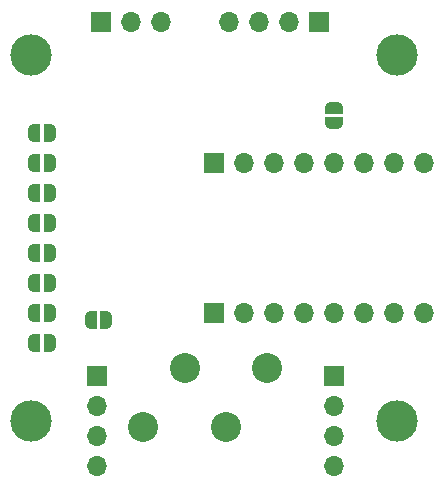
<source format=gbr>
%TF.GenerationSoftware,KiCad,Pcbnew,7.0.1*%
%TF.CreationDate,2024-04-15T22:24:01+02:00*%
%TF.ProjectId,nema17_driver,6e656d61-3137-45f6-9472-697665722e6b,rev?*%
%TF.SameCoordinates,Original*%
%TF.FileFunction,Soldermask,Bot*%
%TF.FilePolarity,Negative*%
%FSLAX46Y46*%
G04 Gerber Fmt 4.6, Leading zero omitted, Abs format (unit mm)*
G04 Created by KiCad (PCBNEW 7.0.1) date 2024-04-15 22:24:01*
%MOMM*%
%LPD*%
G01*
G04 APERTURE LIST*
G04 Aperture macros list*
%AMFreePoly0*
4,1,19,0.500000,-0.750000,0.000000,-0.750000,0.000000,-0.744911,-0.071157,-0.744911,-0.207708,-0.704816,-0.327430,-0.627875,-0.420627,-0.520320,-0.479746,-0.390866,-0.500000,-0.250000,-0.500000,0.250000,-0.479746,0.390866,-0.420627,0.520320,-0.327430,0.627875,-0.207708,0.704816,-0.071157,0.744911,0.000000,0.744911,0.000000,0.750000,0.500000,0.750000,0.500000,-0.750000,0.500000,-0.750000,
$1*%
%AMFreePoly1*
4,1,19,0.000000,0.744911,0.071157,0.744911,0.207708,0.704816,0.327430,0.627875,0.420627,0.520320,0.479746,0.390866,0.500000,0.250000,0.500000,-0.250000,0.479746,-0.390866,0.420627,-0.520320,0.327430,-0.627875,0.207708,-0.704816,0.071157,-0.744911,0.000000,-0.744911,0.000000,-0.750000,-0.500000,-0.750000,-0.500000,0.750000,0.000000,0.750000,0.000000,0.744911,0.000000,0.744911,
$1*%
G04 Aperture macros list end*
%ADD10R,1.700000X1.700000*%
%ADD11O,1.700000X1.700000*%
%ADD12C,3.500000*%
%ADD13FreePoly0,180.000000*%
%ADD14FreePoly1,180.000000*%
%ADD15FreePoly0,270.000000*%
%ADD16FreePoly1,270.000000*%
%ADD17C,2.540000*%
G04 APERTURE END LIST*
D10*
%TO.C,X2*%
X156135000Y-92694000D03*
D11*
X156135000Y-95234000D03*
X156135000Y-97774000D03*
X156135000Y-100314000D03*
%TD*%
D10*
%TO.C,X1*%
X136094000Y-92684000D03*
D11*
X136094000Y-95224000D03*
X136094000Y-97764000D03*
X136094000Y-100304000D03*
%TD*%
D10*
%TO.C,X5*%
X136363000Y-62687000D03*
D11*
X138903000Y-62687000D03*
X141443000Y-62687000D03*
%TD*%
D12*
%TO.C,H2*%
X161500000Y-65500000D03*
%TD*%
%TO.C,H4*%
X161500000Y-96500000D03*
%TD*%
%TO.C,H1*%
X130500000Y-65500000D03*
%TD*%
D10*
%TO.C,X4*%
X154890000Y-62712000D03*
D11*
X152350000Y-62712000D03*
X149810000Y-62712000D03*
X147270000Y-62712000D03*
%TD*%
D12*
%TO.C,H3*%
X130500000Y-96500000D03*
%TD*%
D13*
%TO.C,JP7*%
X132060000Y-79730000D03*
D14*
X130760000Y-79730000D03*
%TD*%
D10*
%TO.C,POW1*%
X146000000Y-74650000D03*
D11*
X148540000Y-74650000D03*
X151080000Y-74650000D03*
X153620000Y-74650000D03*
X156160000Y-74650000D03*
X158700000Y-74650000D03*
X161240000Y-74650000D03*
X163780000Y-74650000D03*
%TD*%
D13*
%TO.C,JP5*%
X132060000Y-84810000D03*
D14*
X130760000Y-84810000D03*
%TD*%
D15*
%TO.C,JP2*%
X156160000Y-69936000D03*
D16*
X156160000Y-71236000D03*
%TD*%
D14*
%TO.C,JP1*%
X135545600Y-87908800D03*
D13*
X136845600Y-87908800D03*
%TD*%
%TO.C,JP6*%
X132060000Y-82270000D03*
D14*
X130760000Y-82270000D03*
%TD*%
D13*
%TO.C,JP3*%
X132060000Y-89890000D03*
D14*
X130760000Y-89890000D03*
%TD*%
D10*
%TO.C,POW2*%
X146000000Y-87350000D03*
D11*
X148540000Y-87350000D03*
X151080000Y-87350000D03*
X153620000Y-87350000D03*
X156160000Y-87350000D03*
X158700000Y-87350000D03*
X161240000Y-87350000D03*
X163780000Y-87350000D03*
%TD*%
D13*
%TO.C,JP10*%
X132060000Y-72110000D03*
D14*
X130760000Y-72110000D03*
%TD*%
D13*
%TO.C,JP8*%
X132060000Y-77190000D03*
D14*
X130760000Y-77190000D03*
%TD*%
D13*
%TO.C,JP9*%
X132060000Y-74650000D03*
D14*
X130760000Y-74650000D03*
%TD*%
D13*
%TO.C,JP4*%
X132060000Y-87350000D03*
D14*
X130760000Y-87350000D03*
%TD*%
D17*
%TO.C,X3*%
X150500000Y-91982000D03*
X147000000Y-96982000D03*
X143500000Y-91982000D03*
X140000000Y-96982000D03*
%TD*%
M02*

</source>
